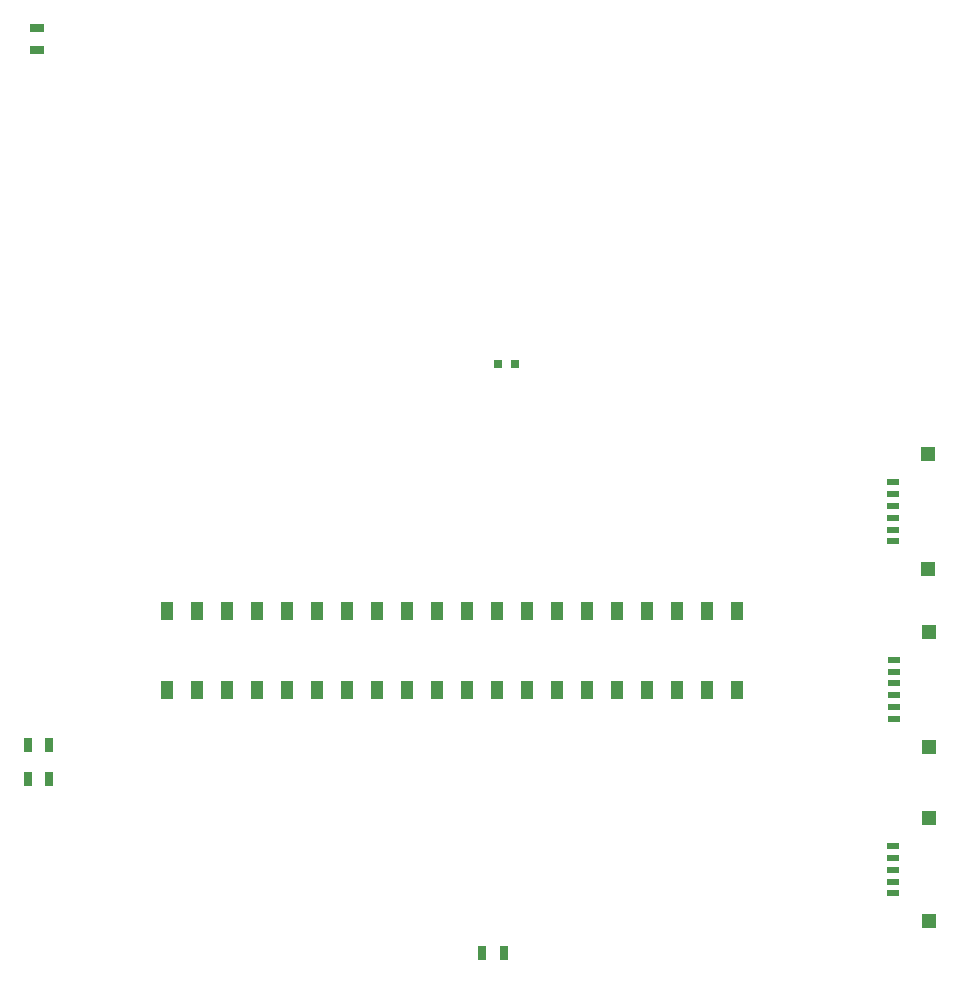
<source format=gbr>
G04 EAGLE Gerber RS-274X export*
G75*
%MOMM*%
%FSLAX34Y34*%
%LPD*%
%INSolderpaste Top*%
%IPPOS*%
%AMOC8*
5,1,8,0,0,1.08239X$1,22.5*%
G01*
%ADD10R,1.200000X0.800000*%
%ADD11R,0.990600X0.558800*%
%ADD12R,1.270000X1.295400*%
%ADD13R,1.020000X1.524000*%
%ADD14R,0.800000X1.200000*%
%ADD15R,1.000000X0.550000*%
%ADD16R,1.300000X1.260000*%
%ADD17R,0.800000X0.800000*%


D10*
X81690Y851440D03*
X81690Y833440D03*
D11*
X807324Y266800D03*
X807324Y276800D03*
X807324Y286800D03*
X807324Y296800D03*
X807324Y306800D03*
X807324Y316800D03*
D12*
X837224Y340550D03*
X837224Y243050D03*
D13*
X191600Y358140D03*
X217000Y358140D03*
X242400Y358140D03*
X267800Y358140D03*
X293200Y358140D03*
X318600Y358140D03*
X344000Y358140D03*
X369400Y358140D03*
X394800Y358140D03*
X420200Y358140D03*
X445600Y358140D03*
X471000Y358140D03*
X496400Y358140D03*
X521800Y358140D03*
X547200Y358140D03*
X572600Y358140D03*
X598000Y358140D03*
X623400Y358140D03*
X648800Y358140D03*
X674200Y358140D03*
X191600Y291060D03*
X217000Y291060D03*
X242400Y291060D03*
X267800Y291060D03*
X293200Y291060D03*
X318600Y291060D03*
X344000Y291060D03*
X369400Y291060D03*
X394800Y291060D03*
X420200Y291060D03*
X445600Y291060D03*
X471000Y291060D03*
X496400Y291060D03*
X521800Y291060D03*
X547200Y291060D03*
X572600Y291060D03*
X598000Y291060D03*
X623400Y291060D03*
X648800Y291060D03*
X674200Y291060D03*
D14*
X74400Y215700D03*
X92400Y215700D03*
X91900Y244700D03*
X73900Y244700D03*
D15*
X806800Y119100D03*
X806800Y129100D03*
X806800Y139100D03*
X806800Y149100D03*
X806800Y159100D03*
D16*
X836700Y95350D03*
X836700Y182900D03*
D11*
X806224Y417100D03*
X806224Y427100D03*
X806224Y437100D03*
X806224Y447100D03*
X806224Y457100D03*
X806224Y467100D03*
D12*
X836124Y490850D03*
X836124Y393350D03*
D17*
X486800Y567200D03*
X471800Y567200D03*
D14*
X459000Y69000D03*
X477000Y69000D03*
M02*

</source>
